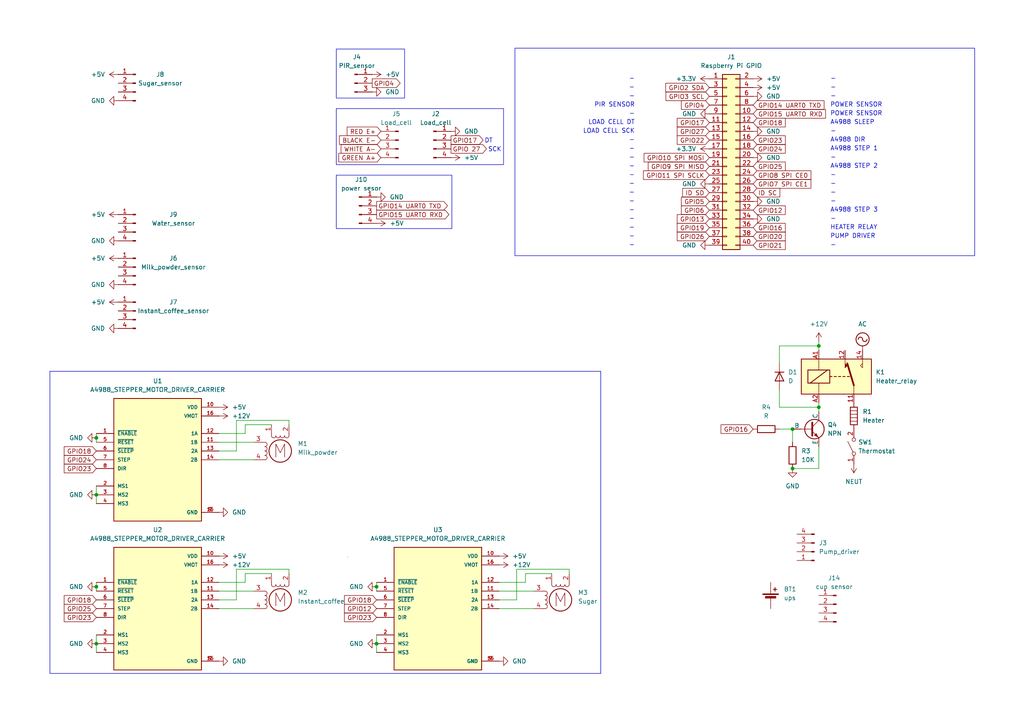
<source format=kicad_sch>
(kicad_sch (version 20231120) (generator "eeschema") (generator_version "8.0")
  (paper "A4")
  (lib_symbols
    (symbol "A4988_STEPPER_MOTOR_DRIVER_CARRIER:A4988_STEPPER_MOTOR_DRIVER_CARRIER" (pin_names (offset 1.016))
      (property "Reference" "U" (at -12.7 19.05 0))
      (property "Value" "A4988_STEPPER_MOTOR_DRIVER_CARRIER" (at -12.7 -21.59 0))
      (symbol "A4988_STEPPER_MOTOR_DRIVER_CARRIER_0_0"
        (rectangle (start -12.7 -17.78) (end 12.7 17.78) (stroke (width 0.254)) (fill (type background)))
        (pin input line (at -17.78 7.62 0) (length 5.08) (name "~{ENABLE}") (number "1"))
        (pin power_in line (at 17.78 15.24 180) (length 5.08) (name "VDD") (number "10"))
        (pin output line (at 17.78 5.08 180) (length 5.08) (name "1B") (number "11"))
        (pin output line (at 17.78 7.62 180) (length 5.08) (name "1A") (number "12"))
        (pin output line (at 17.78 2.54 180) (length 5.08) (name "2A") (number "13"))
        (pin output line (at 17.78 0 180) (length 5.08) (name "2B") (number "14"))
        (pin power_in line (at 17.78 -15.24 180) (length 5.08) (name "GND") (number "15"))
        (pin power_in line (at 17.78 12.7 180) (length 5.08) (name "VMOT") (number "16"))
        (pin input line (at -17.78 -7.62 0) (length 5.08) (name "MS1") (number "2"))
        (pin input line (at -17.78 -10.16 0) (length 5.08) (name "MS2") (number "3"))
        (pin input line (at -17.78 -12.7 0) (length 5.08) (name "MS3") (number "4"))
        (pin input line (at -17.78 5.08 0) (length 5.08) (name "~{RESET}") (number "5"))
        (pin input line (at -17.78 2.54 0) (length 5.08) (name "~{SLEEP}") (number "6"))
        (pin input line (at -17.78 0 0) (length 5.08) (name "STEP") (number "7"))
        (pin input line (at -17.78 -2.54 0) (length 5.08) (name "DIR") (number "8"))
        (pin power_in line (at 17.78 -15.24 180) (length 5.08) (name "GND") (number "9"))
      )
    )
    (symbol "Connector:Conn_01x03_Pin" (pin_names (offset 1.016) hide)
      (property "Reference" "J" (at 0 5.08 0))
      (property "Value" "Conn_01x03_Pin" (at 0 -5.08 0))
      (symbol "Conn_01x03_Pin_1_1"
        (polyline (pts (xy 1.27 -2.54) (xy 0.8636 -2.54)) (stroke (width 0.1524)))
        (polyline (pts (xy 1.27 0) (xy 0.8636 0)) (stroke (width 0.1524)))
        (polyline (pts (xy 1.27 2.54) (xy 0.8636 2.54)) (stroke (width 0.1524)))
        (rectangle (start 0.8636 -2.413) (end 0 -2.667) (stroke (width 0.1524)) (fill (type outline)))
        (rectangle (start 0.8636 0.127) (end 0 -0.127) (stroke (width 0.1524)) (fill (type outline)))
        (rectangle (start 0.8636 2.667) (end 0 2.413) (stroke (width 0.1524)) (fill (type outline)))
        (pin passive line (at 5.08 2.54 180) (length 3.81) (name "Pin_1") (number "1"))
        (pin passive line (at 5.08 0 180) (length 3.81) (name "Pin_2") (number "2"))
        (pin passive line (at 5.08 -2.54 180) (length 3.81) (name "Pin_3") (number "3"))
      )
    )
    (symbol "Connector:Conn_01x04_Pin" (pin_names (offset 1.016) hide)
      (property "Reference" "J" (at 0 5.08 0))
      (property "Value" "Conn_01x04_Pin" (at 0 -7.62 0))
      (symbol "Conn_01x04_Pin_1_1"
        (polyline (pts (xy 1.27 -5.08) (xy 0.8636 -5.08)) (stroke (width 0.1524)))
        (polyline (pts (xy 1.27 -2.54) (xy 0.8636 -2.54)) (stroke (width 0.1524)))
        (polyline (pts (xy 1.27 0) (xy 0.8636 0)) (stroke (width 0.1524)))
        (polyline (pts (xy 1.27 2.54) (xy 0.8636 2.54)) (stroke (width 0.1524)))
        (rectangle (start 0.8636 -4.953) (end 0 -5.207) (stroke (width 0.1524)) (fill (type outline)))
        (rectangle (start 0.8636 -2.413) (end 0 -2.667) (stroke (width 0.1524)) (fill (type outline)))
        (rectangle (start 0.8636 0.127) (end 0 -0.127) (stroke (width 0.1524)) (fill (type outline)))
        (rectangle (start 0.8636 2.667) (end 0 2.413) (stroke (width 0.1524)) (fill (type outline)))
        (pin passive line (at 5.08 2.54 180) (length 3.81) (name "Pin_1") (number "1"))
        (pin passive line (at 5.08 0 180) (length 3.81) (name "Pin_2") (number "2"))
        (pin passive line (at 5.08 -2.54 180) (length 3.81) (name "Pin_3") (number "3"))
        (pin passive line (at 5.08 -5.08 180) (length 3.81) (name "Pin_4") (number "4"))
      )
    )
    (symbol "Connector_Generic:Conn_02x20_Odd_Even" (pin_names (offset 1.016) hide)
      (property "Reference" "J" (at 1.27 25.4 0))
      (property "Value" "Conn_02x20_Odd_Even" (at 1.27 -27.94 0))
      (symbol "Conn_02x20_Odd_Even_1_1"
        (rectangle (start -1.27 -25.273) (end 0 -25.527) (stroke (width 0.1524)))
        (rectangle (start -1.27 -22.733) (end 0 -22.987) (stroke (width 0.1524)))
        (rectangle (start -1.27 -20.193) (end 0 -20.447) (stroke (width 0.1524)))
        (rectangle (start -1.27 -17.653) (end 0 -17.907) (stroke (width 0.1524)))
        (rectangle (start -1.27 -15.113) (end 0 -15.367) (stroke (width 0.1524)))
        (rectangle (start -1.27 -12.573) (end 0 -12.827) (stroke (width 0.1524)))
        (rectangle (start -1.27 -10.033) (end 0 -10.287) (stroke (width 0.1524)))
        (rectangle (start -1.27 -7.493) (end 0 -7.747) (stroke (width 0.1524)))
        (rectangle (start -1.27 -4.953) (end 0 -5.207) (stroke (width 0.1524)))
        (rectangle (start -1.27 -2.413) (end 0 -2.667) (stroke (width 0.1524)))
        (rectangle (start -1.27 0.127) (end 0 -0.127) (stroke (width 0.1524)))
        (rectangle (start -1.27 2.667) (end 0 2.413) (stroke (width 0.1524)))
        (rectangle (start -1.27 5.207) (end 0 4.953) (stroke (width 0.1524)))
        (rectangle (start -1.27 7.747) (end 0 7.493) (stroke (width 0.1524)))
        (rectangle (start -1.27 10.287) (end 0 10.033) (stroke (width 0.1524)))
        (rectangle (start -1.27 12.827) (end 0 12.573) (stroke (width 0.1524)))
        (rectangle (start -1.27 15.367) (end 0 15.113) (stroke (width 0.1524)))
        (rectangle (start -1.27 17.907) (end 0 17.653) (stroke (width 0.1524)))
        (rectangle (start -1.27 20.447) (end 0 20.193) (stroke (width 0.1524)))
        (rectangle (start -1.27 22.987) (end 0 22.733) (stroke (width 0.1524)))
        (rectangle (start -1.27 24.13) (end 3.81 -26.67) (stroke (width 0.254)) (fill (type background)))
        (rectangle (start 3.81 -25.273) (end 2.54 -25.527) (stroke (width 0.1524)))
        (rectangle (start 3.81 -22.733) (end 2.54 -22.987) (stroke (width 0.1524)))
        (rectangle (start 3.81 -20.193) (end 2.54 -20.447) (stroke (width 0.1524)))
        (rectangle (start 3.81 -17.653) (end 2.54 -17.907) (stroke (width 0.1524)))
        (rectangle (start 3.81 -15.113) (end 2.54 -15.367) (stroke (width 0.1524)))
        (rectangle (start 3.81 -12.573) (end 2.54 -12.827) (stroke (width 0.1524)))
        (rectangle (start 3.81 -10.033) (end 2.54 -10.287) (stroke (width 0.1524)))
        (rectangle (start 3.81 -7.493) (end 2.54 -7.747) (stroke (width 0.1524)))
        (rectangle (start 3.81 -4.953) (end 2.54 -5.207) (stroke (width 0.1524)))
        (rectangle (start 3.81 -2.413) (end 2.54 -2.667) (stroke (width 0.1524)))
        (rectangle (start 3.81 0.127) (end 2.54 -0.127) (stroke (width 0.1524)))
        (rectangle (start 3.81 2.667) (end 2.54 2.413) (stroke (width 0.1524)))
        (rectangle (start 3.81 5.207) (end 2.54 4.953) (stroke (width 0.1524)))
        (rectangle (start 3.81 7.747) (end 2.54 7.493) (stroke (width 0.1524)))
        (rectangle (start 3.81 10.287) (end 2.54 10.033) (stroke (width 0.1524)))
        (rectangle (start 3.81 12.827) (end 2.54 12.573) (stroke (width 0.1524)))
        (rectangle (start 3.81 15.367) (end 2.54 15.113) (stroke (width 0.1524)))
        (rectangle (start 3.81 17.907) (end 2.54 17.653) (stroke (width 0.1524)))
        (rectangle (start 3.81 20.447) (end 2.54 20.193) (stroke (width 0.1524)))
        (rectangle (start 3.81 22.987) (end 2.54 22.733) (stroke (width 0.1524)))
        (pin passive line (at -5.08 22.86 0) (length 3.81) (name "Pin_1") (number "1"))
        (pin passive line (at 7.62 12.7 180) (length 3.81) (name "Pin_10") (number "10"))
        (pin passive line (at -5.08 10.16 0) (length 3.81) (name "Pin_11") (number "11"))
        (pin passive line (at 7.62 10.16 180) (length 3.81) (name "Pin_12") (number "12"))
        (pin passive line (at -5.08 7.62 0) (length 3.81) (name "Pin_13") (number "13"))
        (pin passive line (at 7.62 7.62 180) (length 3.81) (name "Pin_14") (number "14"))
        (pin passive line (at -5.08 5.08 0) (length 3.81) (name "Pin_15") (number "15"))
        (pin passive line (at 7.62 5.08 180) (length 3.81) (name "Pin_16") (number "16"))
        (pin passive line (at -5.08 2.54 0) (length 3.81) (name "Pin_17") (number "17"))
        (pin passive line (at 7.62 2.54 180) (length 3.81) (name "Pin_18") (number "18"))
        (pin passive line (at -5.08 0 0) (length 3.81) (name "Pin_19") (number "19"))
        (pin passive line (at 7.62 22.86 180) (length 3.81) (name "Pin_2") (number "2"))
        (pin passive line (at 7.62 0 180) (length 3.81) (name "Pin_20") (number "20"))
        (pin passive line (at -5.08 -2.54 0) (length 3.81) (name "Pin_21") (number "21"))
        (pin passive line (at 7.62 -2.54 180) (length 3.81) (name "Pin_22") (number "22"))
        (pin passive line (at -5.08 -5.08 0) (length 3.81) (name "Pin_23") (number "23"))
        (pin passive line (at 7.62 -5.08 180) (length 3.81) (name "Pin_24") (number "24"))
        (pin passive line (at -5.08 -7.62 0) (length 3.81) (name "Pin_25") (number "25"))
        (pin passive line (at 7.62 -7.62 180) (length 3.81) (name "Pin_26") (number "26"))
        (pin passive line (at -5.08 -10.16 0) (length 3.81) (name "Pin_27") (number "27"))
        (pin passive line (at 7.62 -10.16 180) (length 3.81) (name "Pin_28") (number "28"))
        (pin passive line (at -5.08 -12.7 0) (length 3.81) (name "Pin_29") (number "29"))
        (pin passive line (at -5.08 20.32 0) (length 3.81) (name "Pin_3") (number "3"))
        (pin passive line (at 7.62 -12.7 180) (length 3.81) (name "Pin_30") (number "30"))
        (pin passive line (at -5.08 -15.24 0) (length 3.81) (name "Pin_31") (number "31"))
        (pin passive line (at 7.62 -15.24 180) (length 3.81) (name "Pin_32") (number "32"))
        (pin passive line (at -5.08 -17.78 0) (length 3.81) (name "Pin_33") (number "33"))
        (pin passive line (at 7.62 -17.78 180) (length 3.81) (name "Pin_34") (number "34"))
        (pin passive line (at -5.08 -20.32 0) (length 3.81) (name "Pin_35") (number "35"))
        (pin passive line (at 7.62 -20.32 180) (length 3.81) (name "Pin_36") (number "36"))
        (pin passive line (at -5.08 -22.86 0) (length 3.81) (name "Pin_37") (number "37"))
        (pin passive line (at 7.62 -22.86 180) (length 3.81) (name "Pin_38") (number "38"))
        (pin passive line (at -5.08 -25.4 0) (length 3.81) (name "Pin_39") (number "39"))
        (pin passive line (at 7.62 20.32 180) (length 3.81) (name "Pin_4") (number "4"))
        (pin passive line (at 7.62 -25.4 180) (length 3.81) (name "Pin_40") (number "40"))
        (pin passive line (at -5.08 17.78 0) (length 3.81) (name "Pin_5") (number "5"))
        (pin passive line (at 7.62 17.78 180) (length 3.81) (name "Pin_6") (number "6"))
        (pin passive line (at -5.08 15.24 0) (length 3.81) (name "Pin_7") (number "7"))
        (pin passive line (at 7.62 15.24 180) (length 3.81) (name "Pin_8") (number "8"))
        (pin passive line (at -5.08 12.7 0) (length 3.81) (name "Pin_9") (number "9"))
      )
    )
    (symbol "Device:Battery_Cell" (pin_numbers hide) (pin_names (offset 0) hide)
      (property "Reference" "BT" (at 2.54 2.54 0))
      (property "Value" "Battery_Cell" (at 2.54 0 0))
      (symbol "Battery_Cell_0_1"
        (rectangle (start -2.286 1.778) (end 2.286 1.524) (fill (type outline)))
        (rectangle (start -1.524 1.016) (end 1.524 0.508) (fill (type outline)))
        (polyline (pts (xy 0 0.762) (xy 0 0)))
        (polyline (pts (xy 0 1.778) (xy 0 2.54)))
        (polyline (pts (xy 0.762 3.048) (xy 1.778 3.048)) (stroke (width 0.254)))
        (polyline (pts (xy 1.27 3.556) (xy 1.27 2.54)) (stroke (width 0.254)))
      )
      (symbol "Battery_Cell_1_1"
        (pin passive line (at 0 5.08 270) (length 2.54) (name "+") (number "1"))
        (pin passive line (at 0 -2.54 90) (length 2.54) (name "-") (number "2"))
      )
    )
    (symbol "Device:D" (pin_numbers hide) (pin_names (offset 1.016) hide)
      (property "Reference" "D" (at 0 2.54 0))
      (property "Value" "D" (at 0 -2.54 0))
      (symbol "D_0_1"
        (polyline (pts (xy -1.27 1.27) (xy -1.27 -1.27)) (stroke (width 0.254)))
        (polyline (pts (xy 1.27 0) (xy -1.27 0)))
        (polyline (pts (xy 1.27 1.27) (xy 1.27 -1.27) (xy -1.27 0) (xy 1.27 1.27)) (stroke (width 0.254)))
      )
      (symbol "D_1_1"
        (pin passive line (at -3.81 0 0) (length 2.54) (name "K") (number "1"))
        (pin passive line (at 3.81 0 180) (length 2.54) (name "A") (number "2"))
      )
    )
    (symbol "Device:Heater" (pin_numbers hide) (pin_names (offset 0))
      (property "Reference" "R" (at 2.032 0 90))
      (property "Value" "Heater" (at -2.032 0 90))
      (symbol "Heater_0_1"
        (rectangle (start -1.016 -2.54) (end 1.016 2.54) (stroke (width 0.254)))
        (polyline (pts (xy -1.016 1.524) (xy 1.016 1.524)))
        (polyline (pts (xy 1.016 -1.524) (xy -1.016 -1.524)))
        (polyline (pts (xy 1.016 -0.508) (xy -1.016 -0.508)))
        (polyline (pts (xy 1.016 0.508) (xy -1.016 0.508)))
      )
      (symbol "Heater_1_1"
        (pin passive line (at 0 3.81 270) (length 1.27) (name "~") (number "1"))
        (pin passive line (at 0 -3.81 90) (length 1.27) (name "~") (number "2"))
      )
    )
    (symbol "Device:R" (pin_numbers hide) (pin_names (offset 0))
      (property "Reference" "R" (at 2.032 0 90))
      (property "Value" "R" (at 0 0 90))
      (symbol "R_0_1"
        (rectangle (start -1.016 -2.54) (end 1.016 2.54) (stroke (width 0.254)))
      )
      (symbol "R_1_1"
        (pin passive line (at 0 3.81 270) (length 1.27) (name "~") (number "1"))
        (pin passive line (at 0 -3.81 90) (length 1.27) (name "~") (number "2"))
      )
    )
    (symbol "Motor:Stepper_Motor_bipolar" (pin_names (offset 0) hide)
      (property "Reference" "M" (at 3.81 2.54 0))
      (property "Value" "Stepper_Motor_bipolar" (at 3.81 1.27 0))
      (symbol "Stepper_Motor_bipolar_0_0"
        (polyline (pts (xy -1.27 -1.778) (xy -1.27 2.032) (xy 0 -0.508) (xy 1.27 2.032) (xy 1.27 -1.778)))
      )
      (symbol "Stepper_Motor_bipolar_0_1"
        (arc (start -4.445 -2.54) (mid -3.8127 -1.905) (end -4.445 -1.27))
        (arc (start -4.445 -1.27) (mid -3.8127 -0.635) (end -4.445 0))
        (arc (start -4.445 0) (mid -3.8127 0.635) (end -4.445 1.27))
        (arc (start -4.445 1.27) (mid -3.8127 1.905) (end -4.445 2.54))
        (arc (start -2.54 4.445) (mid -1.905 3.8127) (end -1.27 4.445))
        (arc (start -1.27 4.445) (mid -0.635 3.8127) (end 0 4.445))
        (polyline (pts (xy -5.08 -2.54) (xy -4.445 -2.54)))
        (polyline (pts (xy -5.08 2.54) (xy -4.445 2.54)))
        (polyline (pts (xy -2.54 5.08) (xy -2.54 4.445)))
        (polyline (pts (xy 2.54 5.08) (xy 2.54 4.445)))
        (circle (center 0 0) (radius 3.2512) (stroke (width 0.254)))
        (arc (start 0 4.445) (mid 0.635 3.8127) (end 1.27 4.445))
        (arc (start 1.27 4.445) (mid 1.905 3.8127) (end 2.54 4.445))
      )
      (symbol "Stepper_Motor_bipolar_1_1"
        (pin passive line (at -2.54 7.62 270) (length 2.54) (name "~") (number "1"))
        (pin passive line (at 2.54 7.62 270) (length 2.54) (name "-") (number "2"))
        (pin passive line (at -7.62 2.54 0) (length 2.54) (name "~") (number "3"))
        (pin passive line (at -7.62 -2.54 0) (length 2.54) (name "~") (number "4"))
      )
    )
    (symbol "Relay:Relay_SPDT"
      (property "Reference" "K" (at 11.43 3.81 0))
      (property "Value" "Relay_SPDT" (at 11.43 1.27 0))
      (symbol "Relay_SPDT_0_0"
        (polyline (pts (xy 7.62 5.08) (xy 7.62 2.54) (xy 6.985 3.175) (xy 7.62 3.81)))
      )
      (symbol "Relay_SPDT_0_1"
        (rectangle (start -10.16 5.08) (end 10.16 -5.08) (stroke (width 0.254)) (fill (type background)))
        (rectangle (start -8.255 1.905) (end -1.905 -1.905) (stroke (width 0.254)))
        (polyline (pts (xy -7.62 -1.905) (xy -2.54 1.905)) (stroke (width 0.254)))
        (polyline (pts (xy -5.08 -5.08) (xy -5.08 -1.905)))
        (polyline (pts (xy -5.08 5.08) (xy -5.08 1.905)))
        (polyline (pts (xy -1.905 0) (xy -1.27 0)) (stroke (width 0.254)))
        (polyline (pts (xy -0.635 0) (xy 0 0)) (stroke (width 0.254)))
        (polyline (pts (xy 0.635 0) (xy 1.27 0)) (stroke (width 0.254)))
        (polyline (pts (xy 1.905 0) (xy 2.54 0)) (stroke (width 0.254)))
        (polyline (pts (xy 3.175 0) (xy 3.81 0)) (stroke (width 0.254)))
        (polyline (pts (xy 5.08 -2.54) (xy 3.175 3.81)) (stroke (width 0.508)))
        (polyline (pts (xy 5.08 -2.54) (xy 5.08 -5.08)))
        (polyline (pts (xy 2.54 5.08) (xy 2.54 2.54) (xy 3.175 3.175) (xy 2.54 3.81)) (fill (type outline)))
      )
      (symbol "Relay_SPDT_1_1"
        (pin passive line (at 5.08 -7.62 90) (length 2.54) (name "~") (number "11"))
        (pin passive line (at 2.54 7.62 270) (length 2.54) (name "~") (number "12"))
        (pin passive line (at 7.62 7.62 270) (length 2.54) (name "~") (number "14"))
        (pin passive line (at -5.08 7.62 270) (length 2.54) (name "~") (number "A1"))
        (pin passive line (at -5.08 -7.62 90) (length 2.54) (name "~") (number "A2"))
      )
    )
    (symbol "Simulation_SPICE:NPN" (pin_numbers hide) (pin_names (offset 0))
      (property "Reference" "Q" (at -2.54 7.62 0))
      (property "Value" "NPN" (at -2.54 5.08 0))
      (symbol "NPN_0_1"
        (polyline (pts (xy -2.54 0) (xy 0.635 0)) (stroke (width 0.1524)))
        (polyline (pts (xy 0.635 0.635) (xy 2.54 2.54)))
        (polyline (pts (xy 2.794 -1.27) (xy 2.794 -1.27)) (stroke (width 0.1524)))
        (polyline (pts (xy 2.794 -1.27) (xy 2.794 -1.27)) (stroke (width 0.1524)))
        (polyline (pts (xy 0.635 -0.635) (xy 2.54 -2.54) (xy 2.54 -2.54)))
        (polyline (pts (xy 0.635 1.905) (xy 0.635 -1.905) (xy 0.635 -1.905)) (stroke (width 0.508)))
        (polyline (pts (xy 1.27 -1.778) (xy 1.778 -1.27) (xy 2.286 -2.286) (xy 1.27 -1.778) (xy 1.27 -1.778)) (fill (type outline)))
        (circle (center 1.27 0) (radius 2.8194) (stroke (width 0.254)))
      )
      (symbol "NPN_1_1"
        (pin open_collector line (at 2.54 5.08 270) (length 2.54) (name "C") (number "1"))
        (pin input line (at -5.08 0 0) (length 2.54) (name "B") (number "2"))
        (pin open_emitter line (at 2.54 -5.08 90) (length 2.54) (name "E") (number "3"))
      )
    )
    (symbol "Switch:SW_SPST" (pin_names (offset 0) hide)
      (property "Reference" "SW" (at 0 3.175 0))
      (property "Value" "SW_SPST" (at 0 -2.54 0))
      (symbol "SW_SPST_0_0"
        (circle (center -2.032 0) (radius 0.508))
        (polyline (pts (xy -1.524 0.254) (xy 1.524 1.778)))
        (circle (center 2.032 0) (radius 0.508))
      )
      (symbol "SW_SPST_1_1"
        (pin passive line (at -5.08 0 0) (length 2.54) (name "A") (number "1"))
        (pin passive line (at 5.08 0 180) (length 2.54) (name "B") (number "2"))
      )
    )
    (symbol "power:+12V" (power) (pin_numbers hide) (pin_names (offset 0) hide)
      (property "Value" "+12V" (at 0 3.556 0))
      (symbol "+12V_0_1"
        (polyline (pts (xy -0.762 1.27) (xy 0 2.54)))
        (polyline (pts (xy 0 0) (xy 0 2.54)))
        (polyline (pts (xy 0 2.54) (xy 0.762 1.27)))
      )
      (symbol "+12V_1_1"
        (pin power_in line (at 0 0 90) (length 0) (name "~") (number "1"))
      )
    )
    (symbol "power:+3.3V" (power) (pin_numbers hide) (pin_names (offset 0) hide)
      (property "Value" "+3.3V" (at 0 3.556 0))
      (symbol "+3.3V_0_1"
        (polyline (pts (xy -0.762 1.27) (xy 0 2.54)))
        (polyline (pts (xy 0 0) (xy 0 2.54)))
        (polyline (pts (xy 0 2.54) (xy 0.762 1.27)))
      )
      (symbol "+3.3V_1_1"
        (pin power_in line (at 0 0 90) (length 0) (name "~") (number "1"))
      )
    )
    (symbol "power:+5V" (power) (pin_numbers hide) (pin_names (offset 0) hide)
      (property "Value" "+5V" (at 0 3.556 0))
      (symbol "+5V_0_1"
        (polyline (pts (xy -0.762 1.27) (xy 0 2.54)))
        (polyline (pts (xy 0 0) (xy 0 2.54)))
        (polyline (pts (xy 0 2.54) (xy 0.762 1.27)))
      )
      (symbol "+5V_1_1"
        (pin power_in line (at 0 0 90) (length 0) (name "~") (number "1"))
      )
    )
    (symbol "power:AC" (power) (pin_numbers hide) (pin_names (offset 0) hide)
      (property "Value" "AC" (at 0 6.35 0))
      (symbol "AC_0_1"
        (polyline (pts (xy 0 0) (xy 0 1.27)))
        (arc (start 0 3.175) (mid -0.635 3.8073) (end -1.27 3.175) (stroke (width 0.254)))
        (arc (start 0 3.175) (mid 0.635 2.5427) (end 1.27 3.175) (stroke (width 0.254)))
        (circle (center 0 3.175) (radius 1.905) (stroke (width 0.254)))
      )
      (symbol "AC_1_1"
        (pin power_in line (at 0 0 90) (length 0) (name "~") (number "1"))
      )
    )
    (symbol "power:GND" (power) (pin_numbers hide) (pin_names (offset 0) hide)
      (property "Value" "GND" (at 0 -3.81 0))
      (symbol "GND_0_1"
        (polyline (pts (xy 0 0) (xy 0 -1.27) (xy 1.27 -1.27) (xy 0 -2.54) (xy -1.27 -1.27) (xy 0 -1.27)))
      )
      (symbol "GND_1_1"
        (pin power_in line (at 0 0 270) (length 0) (name "~") (number "1"))
      )
    )
    (symbol "power:NEUT" (power) (pin_numbers hide) (pin_names (offset 0) hide)
      (property "Value" "NEUT" (at 0 3.556 0))
      (symbol "NEUT_0_1"
        (polyline (pts (xy -0.762 1.27) (xy 0 2.54)))
        (polyline (pts (xy 0 0) (xy 0 2.54)))
        (polyline (pts (xy 0 2.54) (xy 0.762 1.27)))
      )
      (symbol "NEUT_1_1"
        (pin power_in line (at 0 0 90) (length 0) (name "~") (number "1"))
      )
    )
  )
  (junction (at 109.22 170.18))
  (junction (at 237.49 118.11))
  (junction (at 237.49 100.33))
  (junction (at 109.22 186.69))
  (junction (at 229.87 135.89))
  (junction (at 27.94 143.51))
  (junction (at 27.94 127))
  (junction (at 229.87 124.46))
  (junction (at 27.94 170.18))
  (junction (at 27.94 186.69))
  (wire (pts (xy 226.06 105.41) (xy 226.06 100.33)))
  (wire (pts (xy 229.87 135.89) (xy 237.49 135.89)))
  (wire (pts (xy 226.06 113.03) (xy 226.06 118.11)))
  (wire (pts (xy 237.49 119.38) (xy 237.49 118.11)))
  (wire (pts (xy 154.94 176.53) (xy 144.78 176.53)))
  (wire (pts (xy 160.02 166.37) (xy 152.4 166.37)))
  (wire (pts (xy 226.06 118.11) (xy 237.49 118.11)))
  (wire (pts (xy 237.49 118.11) (xy 237.49 116.84)))
  (wire (pts (xy 83.82 165.1) (xy 68.58 165.1)))
  (wire (pts (xy 68.58 173.99) (xy 63.5 173.99)))
  (wire (pts (xy 71.12 123.19) (xy 71.12 125.73)))
  (wire (pts (xy 83.82 123.19) (xy 83.82 121.92)))
  (wire (pts (xy 237.49 99.06) (xy 237.49 100.33)))
  (wire (pts (xy 27.94 170.18) (xy 27.94 171.45)))
  (wire (pts (xy 78.74 123.19) (xy 71.12 123.19)))
  (wire (pts (xy 152.4 168.91) (xy 144.78 168.91)))
  (wire (pts (xy 68.58 130.81) (xy 63.5 130.81)))
  (wire (pts (xy 27.94 184.15) (xy 27.94 186.69)))
  (wire (pts (xy 237.49 129.54) (xy 237.49 135.89)))
  (wire (pts (xy 27.94 186.69) (xy 27.94 189.23)))
  (wire (pts (xy 73.66 133.35) (xy 63.5 133.35)))
  (wire (pts (xy 73.66 128.27) (xy 63.5 128.27)))
  (wire (pts (xy 68.58 121.92) (xy 68.58 130.81)))
  (wire (pts (xy 27.94 143.51) (xy 27.94 146.05)))
  (wire (pts (xy 109.22 184.15) (xy 109.22 186.69)))
  (wire (pts (xy 109.22 170.18) (xy 109.22 171.45)))
  (wire (pts (xy 27.94 170.18) (xy 27.94 168.91)))
  (wire (pts (xy 68.58 165.1) (xy 68.58 173.99)))
  (wire (pts (xy 154.94 171.45) (xy 144.78 171.45)))
  (wire (pts (xy 109.22 170.18) (xy 109.22 168.91)))
  (wire (pts (xy 149.86 173.99) (xy 144.78 173.99)))
  (wire (pts (xy 73.66 176.53) (xy 63.5 176.53)))
  (wire (pts (xy 226.06 124.46) (xy 229.87 124.46)))
  (wire (pts (xy 78.74 166.37) (xy 71.12 166.37)))
  (wire (pts (xy 83.82 121.92) (xy 68.58 121.92)))
  (wire (pts (xy 229.87 128.27) (xy 229.87 124.46)))
  (wire (pts (xy 152.4 166.37) (xy 152.4 168.91)))
  (wire (pts (xy 237.49 100.33) (xy 237.49 101.6)))
  (wire (pts (xy 27.94 127) (xy 27.94 125.73)))
  (wire (pts (xy 27.94 140.97) (xy 27.94 143.51)))
  (wire (pts (xy 165.1 166.37) (xy 165.1 165.1)))
  (wire (pts (xy 73.66 171.45) (xy 63.5 171.45)))
  (wire (pts (xy 109.22 186.69) (xy 109.22 189.23)))
  (wire (pts (xy 27.94 127) (xy 27.94 128.27)))
  (wire (pts (xy 83.82 166.37) (xy 83.82 165.1)))
  (wire (pts (xy 71.12 168.91) (xy 63.5 168.91)))
  (wire (pts (xy 165.1 165.1) (xy 149.86 165.1)))
  (wire (pts (xy 149.86 165.1) (xy 149.86 173.99)))
  (wire (pts (xy 71.12 166.37) (xy 71.12 168.91)))
  (wire (pts (xy 71.12 125.73) (xy 63.5 125.73)))
  (wire (pts (xy 226.06 100.33) (xy 237.49 100.33)))
  (rectangle (start 149.352 13.97) (end 282.702 74.168))
  (rectangle (start 97.536 31.496) (end 146.05 47.752))
  (rectangle (start 14.478 107.696) (end 174.244 195.326))
  (rectangle (start 100.838 161.544) (end 100.838 161.544))
  (rectangle (start 97.536 14.224) (end 117.348 28.448))
  (rectangle (start 97.536 50.8) (end 131.064 66.294))
  (text "DT" (at 141.732 40.894 0) (effects (font (size 1.27 1.27))))
  (text "-" (at 240.792 71.12 0) (effects (font (size 1.27 1.27)) (justify left)))
  (text "-" (at 184.15 27.94 0) (effects (font (size 1.27 1.27)) (justify right)))
  (text "-" (at 184.15 58.42 0) (effects (font (size 1.27 1.27)) (justify right)))
  (text "-" (at 240.792 22.86 0) (effects (font (size 1.27 1.27)) (justify left)))
  (text "-" (at 184.15 40.64 0) (effects (font (size 1.27 1.27)) (justify right)))
  (text "-" (at 240.792 38.1 0) (effects (font (size 1.27 1.27)) (justify left)))
  (text "-" (at 184.15 55.88 0) (effects (font (size 1.27 1.27)) (justify right)))
  (text "-" (at 240.792 53.34 0) (effects (font (size 1.27 1.27)) (justify left)))
  (text "A4988 DIR" (at 240.792 40.64 0) (effects (font (size 1.27 1.27)) (justify left)))
  (text "SCK" (at 143.51 43.434 0) (effects (font (size 1.27 1.27))))
  (text "-" (at 240.792 58.42 0) (effects (font (size 1.27 1.27)) (justify left)))
  (text "-" (at 184.15 25.4 0) (effects (font (size 1.27 1.27)) (justify right)))
  (text "-" (at 184.15 33.02 0) (effects (font (size 1.27 1.27)) (justify right)))
  (text "-" (at 240.792 25.4 0) (effects (font (size 1.27 1.27)) (justify left)))
  (text "-" (at 240.792 50.8 0) (effects (font (size 1.27 1.27)) (justify left)))
  (text "-" (at 184.15 68.58 0) (effects (font (size 1.27 1.27)) (justify right)))
  (text "-" (at 184.15 53.34 0) (effects (font (size 1.27 1.27)) (justify right)))
  (text "HEATER RELAY" (at 240.792 66.04 0) (effects (font (size 1.27 1.27)) (justify left)))
  (text "-" (at 240.792 45.72 0) (effects (font (size 1.27 1.27)) (justify left)))
  (text "-" (at 184.15 48.26 0) (effects (font (size 1.27 1.27)) (justify right)))
  (text "-" (at 184.15 50.8 0) (effects (font (size 1.27 1.27)) (justify right)))
  (text "-" (at 184.15 60.96 0) (effects (font (size 1.27 1.27)) (justify right)))
  (text "-" (at 184.15 43.18 0) (effects (font (size 1.27 1.27)) (justify right)))
  (text "-" (at 184.15 66.04 0) (effects (font (size 1.27 1.27)) (justify right)))
  (text "PUMP DRIVER" (at 240.792 68.58 0) (effects (font (size 1.27 1.27)) (justify left)))
  (text "A4988 STEP 1" (at 240.792 43.18 0) (effects (font (size 1.27 1.27)) (justify left)))
  (text "POWER SENSOR" (at 240.792 30.48 0) (effects (font (size 1.27 1.27)) (justify left)))
  (text "A4988 STEP 3" (at 240.792 60.96 0) (effects (font (size 1.27 1.27)) (justify left)))
  (text "-" (at 184.15 22.86 0) (effects (font (size 1.27 1.27)) (justify right)))
  (text "PIR SENSOR" (at 184.15 30.48 0) (effects (font (size 1.27 1.27)) (justify right)))
  (text "A4988 STEP 2" (at 240.792 48.26 0) (effects (font (size 1.27 1.27)) (justify left)))
  (text "A4988 SLEEP" (at 240.792 35.56 0) (effects (font (size 1.27 1.27)) (justify left)))
  (text "-" (at 240.792 27.94 0) (effects (font (size 1.27 1.27)) (justify left)))
  (text "LOAD CELL DT" (at 184.15 35.56 0) (effects (font (size 1.27 1.27)) (justify right)))
  (text "-" (at 184.15 45.72 0) (effects (font (size 1.27 1.27)) (justify right)))
  (text "-" (at 240.792 55.88 0) (effects (font (size 1.27 1.27)) (justify left)))
  (text "LOAD CELL SCK" (at 184.15 38.1 0) (effects (font (size 1.27 1.27)) (justify right)))
  (text "-" (at 184.15 63.5 0) (effects (font (size 1.27 1.27)) (justify right)))
  (text "POWER SENSOR" (at 240.792 33.02 0) (effects (font (size 1.27 1.27)) (justify left)))
  (text "-" (at 184.15 71.12 0) (effects (font (size 1.27 1.27)) (justify right)))
  (text "-" (at 240.792 63.5 0) (effects (font (size 1.27 1.27)) (justify left)))
  (global_label "ID SD" (shape input) (at 205.74 55.88 180) (property "Intersheetrefs" "${INTERSHEET_REFS}" (effects (hide yes))))
  (global_label "GPIO23" (shape input) (at 27.94 135.89 180) (property "Intersheetrefs" "${INTERSHEET_REFS}" (effects (hide yes))))
  (global_label "GPIO15 UARTO RXD" (shape input) (at 218.44 33.02 0) (property "Intersheetrefs" "${INTERSHEET_REFS}" (effects (hide yes))))
  (global_label "GPIO16" (shape input) (at 218.44 124.46 180) (property "Intersheetrefs" "${INTERSHEET_REFS}" (effects (hide yes))))
  (global_label "GPIO 27" (shape output) (at 130.81 43.18 0) (property "Intersheetrefs" "${INTERSHEET_REFS}" (effects (hide yes))))
  (global_label "GPIO18" (shape input) (at 27.94 173.99 180) (property "Intersheetrefs" "${INTERSHEET_REFS}" (effects (hide yes))))
  (global_label "ID SC" (shape input) (at 218.44 55.88 0) (property "Intersheetrefs" "${INTERSHEET_REFS}" (effects (hide yes))))
  (global_label "GPIO20" (shape input) (at 218.44 68.58 0) (property "Intersheetrefs" "${INTERSHEET_REFS}" (effects (hide yes))))
  (global_label "GPIO25" (shape input) (at 27.94 176.53 180) (property "Intersheetrefs" "${INTERSHEET_REFS}" (effects (hide yes))))
  (global_label "GREEN A+" (shape input) (at 110.49 45.72 180) (property "Intersheetrefs" "${INTERSHEET_REFS}" (effects (hide yes))))
  (global_label "GPIO8 SPI CE0" (shape input) (at 218.44 50.8 0) (property "Intersheetrefs" "${INTERSHEET_REFS}" (effects (hide yes))))
  (global_label "GPIO19" (shape input) (at 205.74 66.04 180) (property "Intersheetrefs" "${INTERSHEET_REFS}" (effects (hide yes))))
  (global_label "GPIO21" (shape input) (at 218.44 71.12 0) (property "Intersheetrefs" "${INTERSHEET_REFS}" (effects (hide yes))))
  (global_label "GPIO18" (shape input) (at 109.22 173.99 180) (property "Intersheetrefs" "${INTERSHEET_REFS}" (effects (hide yes))))
  (global_label "GPIO12" (shape input) (at 218.44 60.96 0) (property "Intersheetrefs" "${INTERSHEET_REFS}" (effects (hide yes))))
  (global_label "GPIO22" (shape input) (at 205.74 40.64 180) (property "Intersheetrefs" "${INTERSHEET_REFS}" (effects (hide yes))))
  (global_label "GPIO9 SPI MISO" (shape input) (at 205.74 48.26 180) (property "Intersheetrefs" "${INTERSHEET_REFS}" (effects (hide yes))))
  (global_label "GPIO24" (shape input) (at 218.44 43.18 0) (property "Intersheetrefs" "${INTERSHEET_REFS}" (effects (hide yes))))
  (global_label "GPIO11 SPI SCLK" (shape input) (at 205.74 50.8 180) (property "Intersheetrefs" "${INTERSHEET_REFS}" (effects (hide yes))))
  (global_label "GPIO27" (shape input) (at 205.74 38.1 180) (property "Intersheetrefs" "${INTERSHEET_REFS}" (effects (hide yes))))
  (global_label "GPIO15 UARTO RXD" (shape output) (at 109.22 62.23 0) (property "Intersheetrefs" "${INTERSHEET_REFS}" (effects (hide yes))))
  (global_label "GPIO23" (shape input) (at 109.22 179.07 180) (property "Intersheetrefs" "${INTERSHEET_REFS}" (effects (hide yes))))
  (global_label "GPIO18" (shape input) (at 27.94 130.81 180) (property "Intersheetrefs" "${INTERSHEET_REFS}" (effects (hide yes))))
  (global_label "GPIO10 SPI MOSI" (shape input) (at 205.74 45.72 180) (property "Intersheetrefs" "${INTERSHEET_REFS}" (effects (hide yes))))
  (global_label "GPIO13" (shape input) (at 205.74 63.5 180) (property "Intersheetrefs" "${INTERSHEET_REFS}" (effects (hide yes))))
  (global_label "GPIO14 UART0 TXD" (shape output) (at 109.22 59.69 0) (property "Intersheetrefs" "${INTERSHEET_REFS}" (effects (hide yes))))
  (global_label "GPIO6" (shape input) (at 205.74 60.96 180) (property "Intersheetrefs" "${INTERSHEET_REFS}" (effects (hide yes))))
  (global_label "GPIO4" (shape input) (at 205.74 30.48 180) (property "Intersheetrefs" "${INTERSHEET_REFS}" (effects (hide yes))))
  (global_label "GPIO23" (shape input) (at 218.44 40.64 0) (property "Intersheetrefs" "${INTERSHEET_REFS}" (effects (hide yes))))
  (global_label "GPIO25" (shape input) (at 218.44 48.26 0) (property "Intersheetrefs" "${INTERSHEET_REFS}" (effects (hide yes))))
  (global_label "GPIO3 SCL" (shape input) (at 205.74 27.94 180) (property "Intersheetrefs" "${INTERSHEET_REFS}" (effects (hide yes))))
  (global_label "GPIO7 SPI CE1" (shape input) (at 218.44 53.34 0) (property "Intersheetrefs" "${INTERSHEET_REFS}" (effects (hide yes))))
  (global_label "GPIO24" (shape input) (at 27.94 133.35 180) (property "Intersheetrefs" "${INTERSHEET_REFS}" (effects (hide yes))))
  (global_label "BLACK E-" (shape input) (at 110.49 40.64 180) (property "Intersheetrefs" "${INTERSHEET_REFS}" (effects (hide yes))))
  (global_label "GPIO16" (shape input) (at 218.44 66.04 0) (property "Intersheetrefs" "${INTERSHEET_REFS}" (effects (hide yes))))
  (global_label "GPIO12" (shape input) (at 109.22 176.53 180) (property "Intersheetrefs" "${INTERSHEET_REFS}" (effects (hide yes))))
  (global_label "GPIO17" (shape input) (at 205.74 35.56 180) (property "Intersheetrefs" "${INTERSHEET_REFS}" (effects (hide yes))))
  (global_label "GPIO26" (shape input) (at 205.74 68.58 180) (property "Intersheetrefs" "${INTERSHEET_REFS}" (effects (hide yes))))
  (global_label "WHITE A-" (shape input) (at 110.49 43.18 180) (property "Intersheetrefs" "${INTERSHEET_REFS}" (effects (hide yes))))
  (global_label "GPIO5" (shape input) (at 205.74 58.42 180) (property "Intersheetrefs" "${INTERSHEET_REFS}" (effects (hide yes))))
  (global_label "GPIO4" (shape output) (at 107.95 24.13 0) (property "Intersheetrefs" "${INTERSHEET_REFS}" (effects (hide yes))))
  (global_label "GPIO18" (shape input) (at 218.44 35.56 0) (property "Intersheetrefs" "${INTERSHEET_REFS}" (effects (hide yes))))
  (global_label "GPIO17" (shape output) (at 130.81 40.64 0) (property "Intersheetrefs" "${INTERSHEET_REFS}" (effects (hide yes))))
  (global_label "GPIO14 UART0 TXD" (shape input) (at 218.44 30.48 0) (property "Intersheetrefs" "${INTERSHEET_REFS}" (effects (hide yes))))
  (global_label "GPIO23" (shape input) (at 27.94 179.07 180) (property "Intersheetrefs" "${INTERSHEET_REFS}" (effects (hide yes))))
  (global_label "RED E+" (shape input) (at 110.49 38.1 180) (property "Intersheetrefs" "${INTERSHEET_REFS}" (effects (hide yes))))
  (global_label "GPIO2 SDA" (shape input) (at 205.74 25.4 180) (property "Intersheetrefs" "${INTERSHEET_REFS}" (effects (hide yes))))
  (symbol (lib_id "power:GND") (at 109.22 186.69 270) (unit 1)
    (property "Reference" "#PWR031" (effects (hide yes)))
    (property "Value" "GND" (at 105.41 186.6899 90) (effects (justify right)))
    (property "Description" "Power symbol creates a global label with name \"GND\" , ground" (effects (hide yes)))
  )
  (symbol (lib_id "power:+5V") (at 34.29 21.59 90) (unit 1)
    (property "Reference" "#PWR047" (effects (hide yes)))
    (property "Value" "+5V" (at 30.48 21.5899 90) (effects (justify left)))
    (property "Description" "Power symbol creates a global label with name \"+5V\"" (effects (hide yes)))
  )
  (symbol (lib_id "Relay:Relay_SPDT") (at 242.57 109.22 0) (unit 1)
    (property "Reference" "K1" (at 254 107.9499 0) (effects (justify left)))
    (property "Value" "Heater_relay" (at 254 110.4899 0) (effects (justify left)))
    (property "Description" "Relay SPDT, monostable, EN50005" (effects (hide yes)))
  )
  (symbol (lib_id "power:AC") (at 250.19 101.6 0) (unit 1)
    (property "Reference" "#PWR01" (effects (hide yes)))
    (property "Value" "AC" (at 250.19 93.98 0))
    (property "Description" "Power symbol creates a global label with name \"AC\"" (effects (hide yes)))
  )
  (symbol (lib_id "power:GND") (at 130.81 38.1 90) (unit 1)
    (property "Reference" "#PWR017" (effects (hide yes)))
    (property "Value" "GND" (at 134.62 38.0999 90) (effects (justify right)))
    (property "Description" "Power symbol creates a global label with name \"GND\" , ground" (effects (hide yes)))
  )
  (symbol (lib_id "power:GND") (at 109.22 57.15 90) (unit 1)
    (property "Reference" "#PWR037" (effects (hide yes)))
    (property "Value" "GND" (at 113.03 57.1499 90) (effects (justify right)))
    (property "Description" "Power symbol creates a global label with name \"GND\" , ground" (effects (hide yes)))
  )
  (symbol (lib_id "power:GND") (at 229.87 135.89 0) (unit 1)
    (property "Reference" "#PWR034" (effects (hide yes)))
    (property "Value" "GND" (at 229.87 140.97 0))
    (property "Description" "Power symbol creates a global label with name \"GND\" , ground" (effects (hide yes)))
  )
  (symbol (lib_id "Connector:Conn_01x04_Pin") (at 39.37 90.17 0) (mirror y) (unit 1)
    (property "Reference" "J7" (at 50.292 87.63 0))
    (property "Value" "Instant_coffee_sensor" (at 50.292 90.17 0))
    (property "Footprint" "Connector_PinHeader_2.54mm:PinHeader_1x04_P2.54mm_Vertical" (effects (hide yes)))
    (property "Description" "Generic connector, single row, 01x04, script generated" (effects (hide yes)))
  )
  (symbol (lib_id "Device:R") (at 229.87 132.08 0) (unit 1)
    (property "Reference" "R3" (at 232.41 130.8099 0) (effects (justify left)))
    (property "Value" "10K" (at 232.41 133.3499 0) (effects (justify left)))
    (property "Description" "Resistor" (effects (hide yes)))
  )
  (symbol (lib_id "power:+5V") (at 144.78 161.29 270) (unit 1)
    (property "Reference" "#PWR032" (effects (hide yes)))
    (property "Value" "+5V" (at 148.59 161.2899 90) (effects (justify left)))
    (property "Description" "Power symbol creates a global label with name \"+5V\"" (effects (hide yes)))
  )
  (symbol (lib_id "Simulation_SPICE:NPN") (at 234.95 124.46 0) (unit 1)
    (property "Reference" "Q4" (at 240.03 123.1899 0) (effects (justify left)))
    (property "Value" "NPN" (at 240.03 125.7299 0) (effects (justify left)))
    (property "Datasheet" "https://ngspice.sourceforge.io/docs/ngspice-html-manual/manual.xhtml#cha_BJTs" (effects (hide yes)))
    (property "Description" "Bipolar transistor symbol for simulation only, substrate tied to the emitter" (effects (hide yes)))
    (property "Sim.Device" "NPN" (effects (hide yes)))
    (property "Sim.Type" "GUMMELPOON" (effects (hide yes)))
    (property "Sim.Pins" "1=C 2=B 3=E" (effects (hide yes)))
  )
  (symbol (lib_id "power:+5V") (at 63.5 118.11 270) (unit 1)
    (property "Reference" "#PWR021" (effects (hide yes)))
    (property "Value" "+5V" (at 67.31 118.1099 90) (effects (justify left)))
    (property "Description" "Power symbol creates a global label with name \"+5V\"" (effects (hide yes)))
  )
  (symbol (lib_id "power:+12V") (at 237.49 99.06 0) (unit 1)
    (property "Reference" "#PWR035" (effects (hide yes)))
    (property "Value" "+12V" (at 237.49 93.98 0))
    (property "Description" "Power symbol creates a global label with name \"+12V\"" (effects (hide yes)))
  )
  (symbol (lib_id "power:+5V") (at 218.44 22.86 270) (unit 1)
    (property "Reference" "#PWR04" (effects (hide yes)))
    (property "Value" "+5V" (at 222.25 22.8599 90) (effects (justify left)))
    (property "Description" "Power symbol creates a global label with name \"+5V\"" (effects (hide yes)))
  )
  (symbol (lib_id "Connector_Generic:Conn_02x20_Odd_Even") (at 210.82 45.72 0) (unit 1)
    (property "Reference" "J1" (at 212.09 16.51 0))
    (property "Value" "Raspberry Pi GPIO" (at 212.09 19.05 0))
    (property "Footprint" "Connector_PinSocket_2.54mm:PinSocket_2x20_P2.54mm_Vertical" (effects (hide yes)))
    (property "Description" "Generic connector, double row, 02x20, odd/even pin numbering scheme (row 1 odd numbers, row 2 even numbers), script generated (kicad-library-utils/schlib/autogen/connector/)" (effects (hide yes)))
  )
  (symbol (lib_id "Connector:Conn_01x04_Pin") (at 39.37 77.47 0) (mirror y) (unit 1)
    (property "Reference" "J6" (at 50.292 74.93 0))
    (property "Value" "Milk_powder_sensor" (at 50.292 77.47 0))
    (property "Footprint" "Connector_PinHeader_2.54mm:PinHeader_1x04_P2.54mm_Vertical" (effects (hide yes)))
    (property "Description" "Generic connector, single row, 01x04, script generated" (effects (hide yes)))
  )
  (symbol (lib_id "power:+12V") (at 63.5 163.83 270) (unit 1)
    (property "Reference" "#PWR029" (effects (hide yes)))
    (property "Value" "+12V" (at 67.31 163.8299 90) (effects (justify left)))
    (property "Description" "Power symbol creates a global label with name \"+12V\"" (effects (hide yes)))
  )
  (symbol (lib_id "Connector:Conn_01x04_Pin") (at 39.37 24.13 0) (mirror y) (unit 1)
    (property "Reference" "J8" (at 46.482 21.59 0))
    (property "Value" "Sugar_sensor" (at 46.482 24.13 0))
    (property "Footprint" "Connector_PinHeader_2.54mm:PinHeader_1x04_P2.54mm_Vertical" (effects (hide yes)))
    (property "Description" "Generic connector, single row, 01x04, script generated" (effects (hide yes)))
  )
  (symbol (lib_id "power:+5V") (at 63.5 161.29 270) (unit 1)
    (property "Reference" "#PWR028" (effects (hide yes)))
    (property "Value" "+5V" (at 67.31 161.2899 90) (effects (justify left)))
    (property "Description" "Power symbol creates a global label with name \"+5V\"" (effects (hide yes)))
  )
  (symbol (lib_id "power:GND") (at 63.5 148.59 90) (unit 1)
    (property "Reference" "#PWR025" (effects (hide yes)))
    (property "Value" "GND" (at 67.31 148.5899 90) (effects (justify right)))
    (property "Description" "Power symbol creates a global label with name \"GND\" , ground" (effects (hide yes)))
  )
  (symbol (lib_id "Connector:Conn_01x03_Pin") (at 102.87 24.13 0) (unit 1)
    (property "Reference" "J4" (at 103.505 16.51 0))
    (property "Value" "PIR_sensor" (at 103.505 19.05 0))
    (property "Description" "Generic connector, single row, 01x03, script generated" (effects (hide yes)))
  )
  (symbol (lib_id "power:+12V") (at 63.5 120.65 270) (unit 1)
    (property "Reference" "#PWR022" (effects (hide yes)))
    (property "Value" "+12V" (at 67.31 120.6499 90) (effects (justify left)))
    (property "Description" "Power symbol creates a global label with name \"+12V\"" (effects (hide yes)))
  )
  (symbol (lib_id "power:+5V") (at 218.44 25.4 270) (unit 1)
    (property "Reference" "#PWR05" (effects (hide yes)))
    (property "Value" "+5V" (at 222.25 25.3999 90) (effects (justify left)))
    (property "Description" "Power symbol creates a global label with name \"+5V\"" (effects (hide yes)))
  )
  (symbol (lib_id "Connector:Conn_01x04_Pin") (at 115.57 40.64 0) (mirror y) (unit 1)
    (property "Reference" "J5" (at 114.935 33.02 0))
    (property "Value" "Load_cell" (at 114.935 35.56 0))
    (property "Description" "Generic connector, single row, 01x04, script generated" (effects (hide yes)))
  )
  (symbol (lib_id "Connector:Conn_01x04_Pin") (at 236.22 160.02 180) (unit 1)
    (property "Reference" "J3" (at 237.49 157.4799 0) (effects (justify right)))
    (property "Value" "Pump_driver" (at 237.49 160.0199 0) (effects (justify right)))
    (property "Description" "Generic connector, single row, 01x04, script generated" (effects (hide yes)))
  )
  (symbol (lib_id "power:+5V") (at 109.22 64.77 270) (unit 1)
    (property "Reference" "#PWR036" (effects (hide yes)))
    (property "Value" "+5V" (at 113.03 64.7699 90) (effects (justify left)))
    (property "Description" "Power symbol creates a global label with name \"+5V\"" (effects (hide yes)))
  )
  (symbol (lib_id "Connector:Conn_01x04_Pin") (at 104.14 59.69 0) (unit 1)
    (property "Reference" "J10" (at 104.775 52.07 0))
    (property "Value" "power sesor" (at 104.775 54.61 0))
    (property "Description" "Generic connector, single row, 01x04, script generated" (effects (hide yes)))
  )
  (symbol (lib_id "power:GND") (at 109.22 170.18 270) (unit 1)
    (property "Reference" "#PWR026" (effects (hide yes)))
    (property "Value" "GND" (at 105.41 170.1799 90) (effects (justify right)))
    (property "Description" "Power symbol creates a global label with name \"GND\" , ground" (effects (hide yes)))
  )
  (symbol (lib_id "power:GND") (at 63.5 191.77 90) (unit 1)
    (property "Reference" "#PWR030" (effects (hide yes)))
    (property "Value" "GND" (at 67.31 191.7699 90) (effects (justify right)))
    (property "Description" "Power symbol creates a global label with name \"GND\" , ground" (effects (hide yes)))
  )
  (symbol (lib_id "Connector:Conn_01x04_Pin") (at 39.37 64.77 0) (mirror y) (unit 1)
    (property "Reference" "J9" (at 50.292 62.23 0))
    (property "Value" "Water_sensor" (at 50.292 64.77 0))
    (property "Footprint" "Connector_PinHeader_2.54mm:PinHeader_1x04_P2.54mm_Vertical" (effects (hide yes)))
    (property "Description" "Generic connector, single row, 01x04, script generated" (effects (hide yes)))
  )
  (symbol (lib_id "Motor:Stepper_Motor_bipolar") (at 81.28 173.99 0) (unit 1)
    (property "Reference" "M2" (at 86.36 171.869 0) (effects (justify left)))
    (property "Value" "Instant_coffee" (at 86.36 174.409 0) (effects (justify left)))
    (property "Footprint" "Connector_PinHeader_2.54mm:PinHeader_1x04_P2.54mm_Vertical" (effects (hide yes)))
    (property "Datasheet" "http://www.infineon.com/dgdl/Application-Note-TLE8110EE_driving_UniPolarStepperMotor_V1.1.pdf?fileId=db3a30431be39b97011be5d0aa0a00b0" (effects (hide yes)))
    (property "Description" "4-wire bipolar stepper motor" (effects (hide yes)))
  )
  (symbol (lib_id "Connector:Conn_01x04_Pin") (at 125.73 40.64 0) (unit 1)
    (property "Reference" "J2" (at 126.365 33.02 0))
    (property "Value" "Load_cell" (at 126.365 35.56 0))
    (property "Description" "Generic connector, single row, 01x04, script generated" (effects (hide yes)))
  )
  (symbol (lib_id "power:GND") (at 27.94 127 270) (unit 1)
    (property "Reference" "#PWR019" (effects (hide yes)))
    (property "Value" "GND" (at 24.13 126.9999 90) (effects (justify right)))
    (property "Description" "Power symbol creates a global label with name \"GND\" , ground" (effects (hide yes)))
  )
  (symbol (lib_id "A4988_STEPPER_MOTOR_DRIVER_CARRIER:A4988_STEPPER_MOTOR_DRIVER_CARRIER") (at 127 176.53 0) (unit 1)
    (property "Reference" "U3" (at 127 153.67 0))
    (property "Value" "A4988_STEPPER_MOTOR_DRIVER_CARRIER" (at 127 156.21 0))
    (property "Footprint" "A4988_STEPPER_MOTOR_DRIVER_CARRIER:MODULE_A4988_STEPPER_MOTOR_DRIVER_CARRIER" (effects (hide yes)))
    (property "MF" "Pololu" (effects (hide yes)))
    (property "DESCRIPTION" "Stepper motor controler; IC: A4988; 1A; Uin mot: 8÷35V" (effects (hide yes)))
    (property "PACKAGE" "None" (effects (hide yes)))
    (property "PRICE" "None" (effects (hide yes)))
    (property "Package" "None" (effects (hide yes)))
    (property "Check_prices" "https://www.snapeda.com/parts/A4988%20STEPPER%20MOTOR%20DRIVER%20CARRIER/Pololu/view-part/?ref=eda" (effects (hide yes)))
    (property "Price" "None" (effects (hide yes)))
    (property "SnapEDA_Link" "https://www.snapeda.com/parts/A4988%20STEPPER%20MOTOR%20DRIVER%20CARRIER/Pololu/view-part/?ref=snap" (effects (hide yes)))
    (property "MP" "A4988 STEPPER MOTOR DRIVER CARRIER" (effects (hide yes)))
    (property "Availability" "Not in stock" (effects (hide yes)))
    (property "AVAILABILITY" "Unavailable" (effects (hide yes)))
    (property "Description_1" "\n                        \n                            Stepper Motor Driver\n                        \n" (effects (hide yes)))
  )
  (symbol (lib_id "A4988_STEPPER_MOTOR_DRIVER_CARRIER:A4988_STEPPER_MOTOR_DRIVER_CARRIER") (at 45.72 133.35 0) (unit 1)
    (property "Reference" "U1" (at 45.72 110.49 0))
    (property "Value" "A4988_STEPPER_MOTOR_DRIVER_CARRIER" (at 45.72 113.03 0))
    (property "Footprint" "A4988_STEPPER_MOTOR_DRIVER_CARRIER:MODULE_A4988_STEPPER_MOTOR_DRIVER_CARRIER" (effects (hide yes)))
    (property "MF" "Pololu" (effects (hide yes)))
    (property "DESCRIPTION" "Stepper motor controler; IC: A4988; 1A; Uin mot: 8÷35V" (effects (hide yes)))
    (property "PACKAGE" "None" (effects (hide yes)))
    (property "PRICE" "None" (effects (hide yes)))
    (property "Package" "None" (effects (hide yes)))
    (property "Check_prices" "https://www.snapeda.com/parts/A4988%20STEPPER%20MOTOR%20DRIVER%20CARRIER/Pololu/view-part/?ref=eda" (effects (hide yes)))
    (property "Price" "None" (effects (hide yes)))
    (property "SnapEDA_Link" "https://www.snapeda.com/parts/A4988%20STEPPER%20MOTOR%20DRIVER%20CARRIER/Pololu/view-part/?ref=snap" (effects (hide yes)))
    (property "MP" "A4988 STEPPER MOTOR DRIVER CARRIER" (effects (hide yes)))
    (property "Availability" "Not in stock" (effects (hide yes)))
    (property "AVAILABILITY" "Unavailable" (effects (hide yes)))
    (property "Description_1" "\n                        \n                            Stepper Motor Driver\n                        \n" (effects (hide yes)))
  )
  (symbol (lib_id "power:GND") (at 27.94 170.18 270) (unit 1)
    (property "Reference" "#PWR023" (effects (hide yes)))
    (property "Value" "GND" (at 24.13 170.1799 90) (effects (justify right)))
    (property "Description" "Power symbol creates a global label with name \"GND\" , ground" (effects (hide yes)))
  )
  (symbol (lib_id "Switch:SW_SPST") (at 247.65 129.54 90) (unit 1)
    (property "Reference" "SW1" (at 248.92 128.2699 90) (effects (justify right)))
    (property "Value" "Thermostat" (at 248.92 130.8099 90) (effects (justify right)))
    (property "Description" "Single Pole Single Throw (SPST) switch" (effects (hide yes)))
  )
  (symbol (lib_id "power:NEUT") (at 247.65 134.62 180) (unit 1)
    (property "Reference" "#PWR02" (effects (hide yes)))
    (property "Value" "NEUT" (at 247.65 139.7 0))
    (property "Description" "Power symbol creates a global label with name \"NEUT\"" (effects (hide yes)))
  )
  (symbol (lib_id "power:GND") (at 34.29 82.55 270) (unit 1)
    (property "Reference" "#PWR044" (effects (hide yes)))
    (property "Value" "GND" (at 30.48 82.5499 90) (effects (justify right)))
    (property "Description" "Power symbol creates a global label with name \"GND\" , ground" (effects (hide yes)))
  )
  (symbol (lib_id "power:GND") (at 205.74 71.12 270) (unit 1)
    (property "Reference" "#PWR013" (effects (hide yes)))
    (property "Value" "GND" (at 201.93 71.1199 90) (effects (justify right)))
    (property "Description" "Power symbol creates a global label with name \"GND\" , ground" (effects (hide yes)))
  )
  (symbol (lib_id "power:GND") (at 27.94 186.69 270) (unit 1)
    (property "Reference" "#PWR024" (effects (hide yes)))
    (property "Value" "GND" (at 24.13 186.6899 90) (effects (justify right)))
    (property "Description" "Power symbol creates a global label with name \"GND\" , ground" (effects (hide yes)))
  )
  (symbol (lib_id "Motor:Stepper_Motor_bipolar") (at 81.28 130.81 0) (unit 1)
    (property "Reference" "M1" (at 86.36 128.689 0) (effects (justify left)))
    (property "Value" "Milk_powder" (at 86.36 131.229 0) (effects (justify left)))
    (property "Footprint" "Connector_PinHeader_2.54mm:PinHeader_1x04_P2.54mm_Vertical" (effects (hide yes)))
    (property "Datasheet" "http://www.infineon.com/dgdl/Application-Note-TLE8110EE_driving_UniPolarStepperMotor_V1.1.pdf?fileId=db3a30431be39b97011be5d0aa0a00b0" (effects (hide yes)))
    (property "Description" "4-wire bipolar stepper motor" (effects (hide yes)))
  )
  (symbol (lib_id "power:+5V") (at 34.29 62.23 90) (unit 1)
    (property "Reference" "#PWR042" (effects (hide yes)))
    (property "Value" "+5V" (at 30.48 62.2299 90) (effects (justify left)))
    (property "Description" "Power symbol creates a global label with name \"+5V\"" (effects (hide yes)))
  )
  (symbol (lib_id "power:GND") (at 218.44 45.72 90) (unit 1)
    (property "Reference" "#PWR09" (effects (hide yes)))
    (property "Value" "GND" (at 222.25 45.7199 90) (effects (justify right)))
    (property "Description" "Power symbol creates a global label with name \"GND\" , ground" (effects (hide yes)))
  )
  (symbol (lib_id "Connector:Conn_01x04_Pin") (at 242.57 175.26 0) (mirror y) (unit 1)
    (property "Reference" "J14" (at 241.935 167.64 0))
    (property "Value" "cup sensor" (at 241.935 170.18 0))
    (property "Description" "Generic connector, single row, 01x04, script generated" (effects (hide yes)))
  )
  (symbol (lib_id "power:GND") (at 34.29 29.21 270) (unit 1)
    (property "Reference" "#PWR048" (effects (hide yes)))
    (property "Value" "GND" (at 30.48 29.2099 90) (effects (justify right)))
    (property "Description" "Power symbol creates a global label with name \"GND\" , ground" (effects (hide yes)))
  )
  (symbol (lib_id "Motor:Stepper_Motor_bipolar") (at 162.56 173.99 0) (unit 1)
    (property "Reference" "M3" (at 167.64 171.869 0) (effects (justify left)))
    (property "Value" "Sugar" (at 167.64 174.409 0) (effects (justify left)))
    (property "Footprint" "Connector_PinHeader_2.54mm:PinHeader_1x04_P2.54mm_Vertical" (effects (hide yes)))
    (property "Datasheet" "http://www.infineon.com/dgdl/Application-Note-TLE8110EE_driving_UniPolarStepperMotor_V1.1.pdf?fileId=db3a30431be39b97011be5d0aa0a00b0" (effects (hide yes)))
    (property "Description" "4-wire bipolar stepper motor" (effects (hide yes)))
  )
  (symbol (lib_id "power:GND") (at 144.78 191.77 90) (unit 1)
    (property "Reference" "#PWR027" (effects (hide yes)))
    (property "Value" "GND" (at 148.59 191.7699 90) (effects (justify right)))
    (property "Description" "Power symbol creates a global label with name \"GND\" , ground" (effects (hide yes)))
  )
  (symbol (lib_id "power:+5V") (at 107.95 21.59 270) (unit 1)
    (property "Reference" "#PWR015" (effects (hide yes)))
    (property "Value" "+5V" (at 111.76 21.5899 90) (effects (justify left)))
    (property "Description" "Power symbol creates a global label with name \"+5V\"" (effects (hide yes)))
  )
  (symbol (lib_id "power:GND") (at 218.44 63.5 90) (unit 1)
    (property "Reference" "#PWR012" (effects (hide yes)))
    (property "Value" "GND" (at 222.25 63.4999 90) (effects (justify right)))
    (property "Description" "Power symbol creates a global label with name \"GND\" , ground" (effects (hide yes)))
  )
  (symbol (lib_id "Device:D") (at 226.06 109.22 270) (unit 1)
    (property "Reference" "D1" (at 228.6 107.9499 90) (effects (justify left)))
    (property "Value" "D" (at 228.6 110.4899 90) (effects (justify left)))
    (property "Description" "Diode" (effects (hide yes)))
    (property "Sim.Device" "D" (effects (hide yes)))
    (property "Sim.Pins" "1=K 2=A" (effects (hide yes)))
  )
  (symbol (lib_id "power:+3.3V") (at 205.74 22.86 90) (unit 1)
    (property "Reference" "#PWR03" (effects (hide yes)))
    (property "Value" "+3.3V" (at 201.93 22.8599 90) (effects (justify left)))
    (property "Description" "Power symbol creates a global label with name \"+3.3V\"" (effects (hide yes)))
  )
  (symbol (lib_id "power:+5V") (at 34.29 87.63 90) (unit 1)
    (property "Reference" "#PWR045" (effects (hide yes)))
    (property "Value" "+5V" (at 30.48 87.6299 90) (effects (justify left)))
    (property "Description" "Power symbol creates a global label with name \"+5V\"" (effects (hide yes)))
  )
  (symbol (lib_id "power:GND") (at 218.44 58.42 90) (unit 1)
    (property "Reference" "#PWR011" (effects (hide yes)))
    (property "Value" "GND" (at 222.25 58.4199 90) (effects (justify right)))
    (property "Description" "Power symbol creates a global label with name \"GND\" , ground" (effects (hide yes)))
  )
  (symbol (lib_id "power:+5V") (at 34.29 74.93 90) (unit 1)
    (property "Reference" "#PWR043" (effects (hide yes)))
    (property "Value" "+5V" (at 30.48 74.9299 90) (effects (justify left)))
    (property "Description" "Power symbol creates a global label with name \"+5V\"" (effects (hide yes)))
  )
  (symbol (lib_id "power:GND") (at 34.29 95.25 270) (unit 1)
    (property "Reference" "#PWR046" (effects (hide yes)))
    (property "Value" "GND" (at 30.48 95.2499 90) (effects (justify right)))
    (property "Description" "Power symbol creates a global label with name \"GND\" , ground" (effects (hide yes)))
  )
  (symbol (lib_id "power:+3.3V") (at 205.74 43.18 90) (unit 1)
    (property "Reference" "#PWR014" (effects (hide yes)))
    (property "Value" "+3.3V" (at 201.93 43.1799 90) (effects (justify left)))
    (property "Description" "Power symbol creates a global label with name \"+3.3V\"" (effects (hide yes)))
  )
  (symbol (lib_id "A4988_STEPPER_MOTOR_DRIVER_CARRIER:A4988_STEPPER_MOTOR_DRIVER_CARRIER") (at 45.72 176.53 0) (unit 1)
    (property "Reference" "U2" (at 45.72 153.67 0))
    (property "Value" "A4988_STEPPER_MOTOR_DRIVER_CARRIER" (at 45.72 156.21 0))
    (property "Footprint" "A4988_STEPPER_MOTOR_DRIVER_CARRIER:MODULE_A4988_STEPPER_MOTOR_DRIVER_CARRIER" (effects (hide yes)))
    (property "MF" "Pololu" (effects (hide yes)))
    (property "DESCRIPTION" "Stepper motor controler; IC: A4988; 1A; Uin mot: 8÷35V" (effects (hide yes)))
    (property "PACKAGE" "None" (effects (hide yes)))
    (property "PRICE" "None" (effects (hide yes)))
    (property "Package" "None" (effects (hide yes)))
    (property "Check_prices" "https://www.snapeda.com/parts/A4988%20STEPPER%20MOTOR%20DRIVER%20CARRIER/Pololu/view-part/?ref=eda" (effects (hide yes)))
    (property "Price" "None" (effects (hide yes)))
    (property "SnapEDA_Link" "https://www.snapeda.com/parts/A4988%20STEPPER%20MOTOR%20DRIVER%20CARRIER/Pololu/view-part/?ref=snap" (effects (hide yes)))
    (property "MP" "A4988 STEPPER MOTOR DRIVER CARRIER" (effects (hide yes)))
    (property "Availability" "Not in stock" (effects (hide yes)))
    (property "AVAILABILITY" "Unavailable" (effects (hide yes)))
    (property "Description_1" "\n                        \n                            Stepper Motor Driver\n                        \n" (effects (hide yes)))
  )
  (symbol (lib_id "power:GND") (at 27.94 143.51 270) (unit 1)
    (property "Reference" "#PWR020" (effects (hide yes)))
    (property "Value" "GND" (at 24.13 143.5099 90) (effects (justify right)))
    (property "Description" "Power symbol creates a global label with name \"GND\" , ground" (effects (hide yes)))
  )
  (symbol (lib_id "power:GND") (at 205.74 33.02 270) (unit 1)
    (property "Reference" "#PWR07" (effects (hide yes)))
    (property "Value" "GND" (at 201.93 33.0199 90) (effects (justify right)))
    (property "Description" "Power symbol creates a global label with name \"GND\" , ground" (effects (hide yes)))
  )
  (symbol (lib_id "power:+5V") (at 130.81 45.72 270) (unit 1)
    (property "Reference" "#PWR018" (effects (hide yes)))
    (property "Value" "+5V" (at 134.62 45.7199 90) (effects (justify left)))
    (property "Description" "Power symbol creates a global label with name \"+5V\"" (effects (hide yes)))
  )
  (symbol (lib_id "Device:Battery_Cell") (at 223.52 173.99 0) (unit 1)
    (property "Reference" "BT1" (at 227.33 170.8784 0) (effects (justify left)))
    (property "Value" "ups" (at 227.33 173.4184 0) (effects (justify left)))
    (property "Description" "Single-cell battery" (effects (hide yes)))
  )
  (symbol (lib_id "power:GND") (at 218.44 38.1 90) (unit 1)
    (property "Reference" "#PWR08" (effects (hide yes)))
    (property "Value" "GND" (at 222.25 38.0999 90) (effects (justify right)))
    (property "Description" "Power symbol creates a global label with name \"GND\" , ground" (effects (hide yes)))
  )
  (symbol (lib_id "Device:R") (at 222.25 124.46 90) (unit 1)
    (property "Reference" "R4" (at 222.25 118.11 90))
    (property "Value" "R" (at 222.25 120.65 90))
    (property "Description" "Resistor" (effects (hide yes)))
  )
  (symbol (lib_id "Device:Heater") (at 247.65 120.65 0) (unit 1)
    (property "Reference" "R1" (at 250.19 119.3799 0) (effects (justify left)))
    (property "Value" "Heater" (at 250.19 121.9199 0) (effects (justify left)))
    (property "Description" "Resistive heater" (effects (hide yes)))
  )
  (symbol (lib_id "power:GND") (at 205.74 53.34 270) (unit 1)
    (property "Reference" "#PWR010" (effects (hide yes)))
    (property "Value" "GND" (at 201.93 53.3399 90) (effects (justify right)))
    (property "Description" "Power symbol creates a global label with name \"GND\" , ground" (effects (hide yes)))
  )
  (symbol (lib_id "power:GND") (at 107.95 26.67 90) (unit 1)
    (property "Reference" "#PWR016" (effects (hide yes)))
    (property "Value" "GND" (at 111.76 26.6699 90) (effects (justify right)))
    (property "Description" "Power symbol creates a global label with name \"GND\" , ground" (effects (hide yes)))
  )
  (symbol (lib_id "power:GND") (at 218.44 27.94 90) (unit 1)
    (property "Reference" "#PWR06" (effects (hide yes)))
    (property "Value" "GND" (at 222.25 27.9399 90) (effects (justify right)))
    (property "Description" "Power symbol creates a global label with name \"GND\" , ground" (effects (hide yes)))
  )
  (symbol (lib_id "power:GND") (at 34.29 69.85 270) (unit 1)
    (property "Reference" "#PWR041" (effects (hide yes)))
    (property "Value" "GND" (at 30.48 69.8499 90) (effects (justify right)))
    (property "Description" "Power symbol creates a global label with name \"GND\" , ground" (effects (hide yes)))
  )
  (symbol (lib_id "power:+12V") (at 144.78 163.83 270) (unit 1)
    (property "Reference" "#PWR033" (effects (hide yes)))
    (property "Value" "+12V" (at 148.59 163.8299 90) (effects (justify left)))
    (property "Description" "Power symbol creates a global label with name \"+12V\"" (effects (hide yes)))
  )
)
</source>
